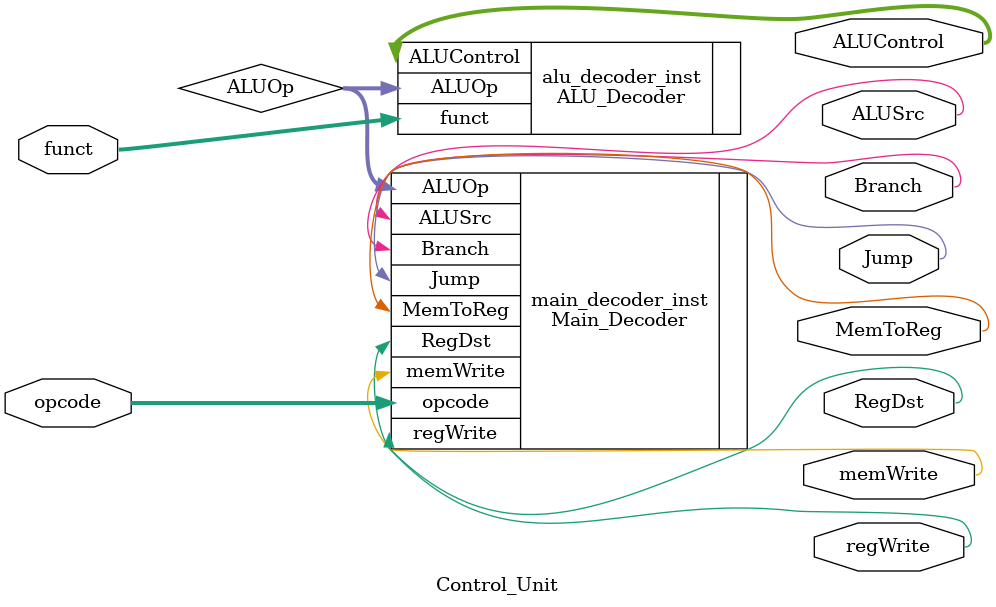
<source format=v>
module Control_Unit(
    input [5:0] opcode,
    input [5:0] funct, // For R-type instructions
    output wire RegDst,
    output wire ALUSrc,
    output wire MemToReg,
    output wire regWrite,
    output wire memWrite,
    output wire Branch,
    output wire Jump,
    output wire [2:0] ALUControl
);
    wire [1:0] ALUOp;
    
    // Instantiate the Main Decoder
    Main_Decoder main_decoder_inst (
        .opcode(opcode),
        .regWrite(regWrite),
        .RegDst(RegDst),
        .ALUSrc(ALUSrc),
        .memWrite(memWrite),
        .MemToReg(MemToReg),
        .Branch(Branch),
        .Jump(Jump),
        .ALUOp(ALUOp)
    );
    
    // Instantiate the ALU Decoder
    ALU_Decoder alu_decoder_inst (
        .funct(funct),
        .ALUOp(ALUOp),
        .ALUControl(ALUControl)
    );
endmodule

</source>
